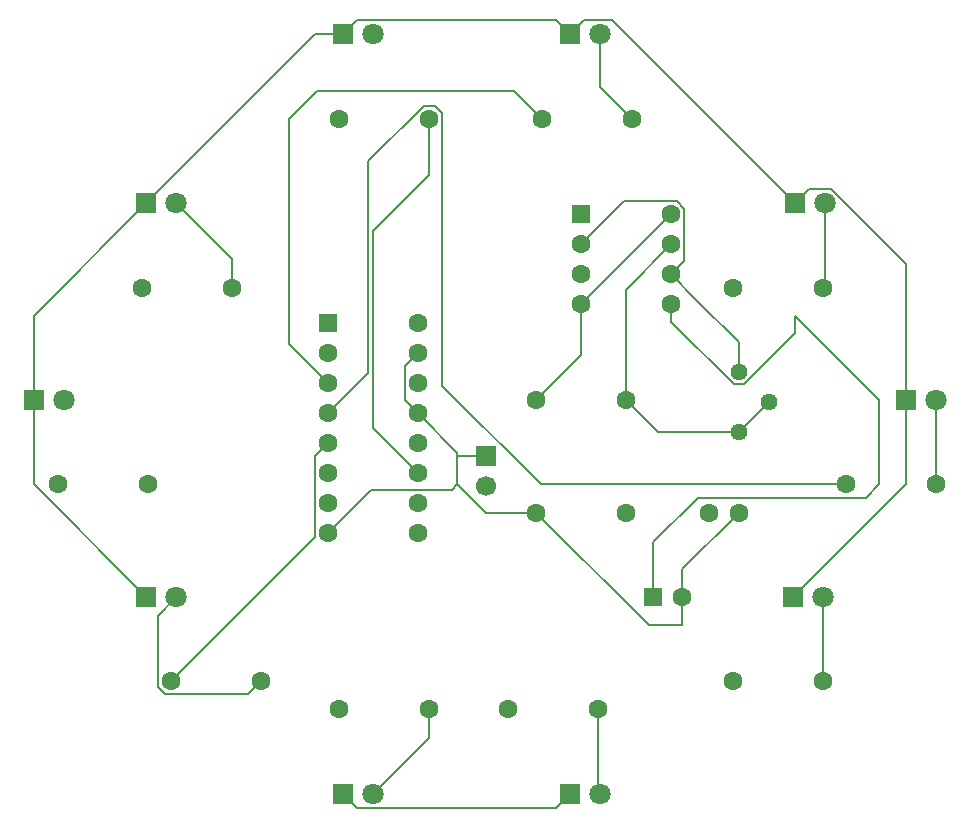
<source format=gbr>
%TF.GenerationSoftware,KiCad,Pcbnew,9.0.6*%
%TF.CreationDate,2025-11-23T21:02:07-05:00*%
%TF.ProjectId,ledcha,6c656463-6861-42e6-9b69-6361645f7063,rev?*%
%TF.SameCoordinates,Original*%
%TF.FileFunction,Copper,L1,Top*%
%TF.FilePolarity,Positive*%
%FSLAX46Y46*%
G04 Gerber Fmt 4.6, Leading zero omitted, Abs format (unit mm)*
G04 Created by KiCad (PCBNEW 9.0.6) date 2025-11-23 21:02:07*
%MOMM*%
%LPD*%
G01*
G04 APERTURE LIST*
G04 Aperture macros list*
%AMRoundRect*
0 Rectangle with rounded corners*
0 $1 Rounding radius*
0 $2 $3 $4 $5 $6 $7 $8 $9 X,Y pos of 4 corners*
0 Add a 4 corners polygon primitive as box body*
4,1,4,$2,$3,$4,$5,$6,$7,$8,$9,$2,$3,0*
0 Add four circle primitives for the rounded corners*
1,1,$1+$1,$2,$3*
1,1,$1+$1,$4,$5*
1,1,$1+$1,$6,$7*
1,1,$1+$1,$8,$9*
0 Add four rect primitives between the rounded corners*
20,1,$1+$1,$2,$3,$4,$5,0*
20,1,$1+$1,$4,$5,$6,$7,0*
20,1,$1+$1,$6,$7,$8,$9,0*
20,1,$1+$1,$8,$9,$2,$3,0*%
G04 Aperture macros list end*
%TA.AperFunction,ComponentPad*%
%ADD10C,1.600000*%
%TD*%
%TA.AperFunction,ComponentPad*%
%ADD11R,1.800000X1.800000*%
%TD*%
%TA.AperFunction,ComponentPad*%
%ADD12C,1.800000*%
%TD*%
%TA.AperFunction,ComponentPad*%
%ADD13RoundRect,0.250000X-0.550000X-0.550000X0.550000X-0.550000X0.550000X0.550000X-0.550000X0.550000X0*%
%TD*%
%TA.AperFunction,ComponentPad*%
%ADD14C,1.440000*%
%TD*%
%TA.AperFunction,ComponentPad*%
%ADD15R,1.700000X1.700000*%
%TD*%
%TA.AperFunction,ComponentPad*%
%ADD16C,1.700000*%
%TD*%
%TA.AperFunction,Conductor*%
%ADD17C,0.200000*%
%TD*%
G04 APERTURE END LIST*
D10*
%TO.P,R6,1*%
%TO.N,Net-(D4-A)*%
X195262500Y-109537500D03*
%TO.P,R6,2*%
%TO.N,Net-(U2-Q3)*%
X187642500Y-109537500D03*
%TD*%
D11*
%TO.P,D5,1,K*%
%TO.N,Net-(D1-K)*%
X173831250Y-119062500D03*
D12*
%TO.P,D5,2,A*%
%TO.N,Net-(D5-A)*%
X176371250Y-119062500D03*
%TD*%
D10*
%TO.P,R5,1*%
%TO.N,Net-(D3-A)*%
X204787500Y-92868750D03*
%TO.P,R5,2*%
%TO.N,Net-(U2-Q2)*%
X197167500Y-92868750D03*
%TD*%
D11*
%TO.P,D6,1,K*%
%TO.N,Net-(D1-K)*%
X154622500Y-119062500D03*
D12*
%TO.P,D6,2,A*%
%TO.N,Net-(D6-A)*%
X157162500Y-119062500D03*
%TD*%
D11*
%TO.P,D3,1,K*%
%TO.N,Net-(D1-K)*%
X202247500Y-85725000D03*
D12*
%TO.P,D3,2,A*%
%TO.N,Net-(D3-A)*%
X204787500Y-85725000D03*
%TD*%
D10*
%TO.P,R12,1*%
%TO.N,Net-(D10-A)*%
X154305000Y-61912500D03*
%TO.P,R12,2*%
%TO.N,Net-(U2-Q9)*%
X161925000Y-61912500D03*
%TD*%
%TO.P,R9,1*%
%TO.N,Net-(D7-A)*%
X147637500Y-109537500D03*
%TO.P,R9,2*%
%TO.N,Net-(U2-Q6)*%
X140017500Y-109537500D03*
%TD*%
D13*
%TO.P,U1,1,GND*%
%TO.N,Net-(J1-Pin_1)*%
X174788750Y-70008750D03*
D10*
%TO.P,U1,2,TR*%
%TO.N,Net-(U1-THR)*%
X174788750Y-72548750D03*
%TO.P,U1,3,Q*%
%TO.N,Net-(U1-Q)*%
X174788750Y-75088750D03*
%TO.P,U1,4,R*%
%TO.N,Net-(J1-Pin_2)*%
X174788750Y-77628750D03*
%TO.P,U1,5,CV*%
%TO.N,Net-(U1-CV)*%
X182408750Y-77628750D03*
%TO.P,U1,6,THR*%
%TO.N,Net-(U1-THR)*%
X182408750Y-75088750D03*
%TO.P,U1,7,DIS*%
%TO.N,Net-(U1-DIS)*%
X182408750Y-72548750D03*
%TO.P,U1,8,VCC*%
%TO.N,Net-(J1-Pin_2)*%
X182408750Y-70008750D03*
%TD*%
D11*
%TO.P,D7,1,K*%
%TO.N,Net-(D1-K)*%
X137953750Y-102393750D03*
D12*
%TO.P,D7,2,A*%
%TO.N,Net-(D7-A)*%
X140493750Y-102393750D03*
%TD*%
D11*
%TO.P,D9,1,K*%
%TO.N,Net-(D1-K)*%
X137953750Y-69056250D03*
D12*
%TO.P,D9,2,A*%
%TO.N,Net-(D9-A)*%
X140493750Y-69056250D03*
%TD*%
D11*
%TO.P,D1,1,K*%
%TO.N,Net-(D1-K)*%
X173831250Y-54768750D03*
D12*
%TO.P,D1,2,A*%
%TO.N,Net-(D1-A)*%
X176371250Y-54768750D03*
%TD*%
D10*
%TO.P,R2,1*%
%TO.N,Net-(J1-Pin_1)*%
X170973750Y-95250000D03*
%TO.P,R2,2*%
%TO.N,Net-(D1-K)*%
X178593750Y-95250000D03*
%TD*%
%TO.P,C2,1*%
%TO.N,Net-(U1-THR)*%
X185618750Y-95250000D03*
%TO.P,C2,2*%
%TO.N,Net-(J1-Pin_1)*%
X188118750Y-95250000D03*
%TD*%
D14*
%TO.P,RV1,1,1*%
%TO.N,Net-(U1-DIS)*%
X188118750Y-88423750D03*
%TO.P,RV1,2,2*%
X190658750Y-85883750D03*
%TO.P,RV1,3,3*%
%TO.N,Net-(U1-THR)*%
X188118750Y-83343750D03*
%TD*%
D10*
%TO.P,R11,1*%
%TO.N,Net-(D9-A)*%
X145256250Y-76200000D03*
%TO.P,R11,2*%
%TO.N,Net-(U2-Q8)*%
X137636250Y-76200000D03*
%TD*%
D13*
%TO.P,U2,1,Q5*%
%TO.N,Net-(U2-Q5)*%
X153357500Y-79216250D03*
D10*
%TO.P,U2,2,Q1*%
%TO.N,Net-(U2-Q1)*%
X153357500Y-81756250D03*
%TO.P,U2,3,Q0*%
%TO.N,Net-(U2-Q0)*%
X153357500Y-84296250D03*
%TO.P,U2,4,Q2*%
%TO.N,Net-(U2-Q2)*%
X153357500Y-86836250D03*
%TO.P,U2,5,Q6*%
%TO.N,Net-(U2-Q6)*%
X153357500Y-89376250D03*
%TO.P,U2,6,Q7*%
%TO.N,Net-(U2-Q7)*%
X153357500Y-91916250D03*
%TO.P,U2,7,Q3*%
%TO.N,Net-(U2-Q3)*%
X153357500Y-94456250D03*
%TO.P,U2,8,VSS*%
%TO.N,Net-(J1-Pin_1)*%
X153357500Y-96996250D03*
%TO.P,U2,9,Q8*%
%TO.N,Net-(U2-Q8)*%
X160977500Y-96996250D03*
%TO.P,U2,10,Q4*%
%TO.N,Net-(U2-Q4)*%
X160977500Y-94456250D03*
%TO.P,U2,11,Q9*%
%TO.N,Net-(U2-Q9)*%
X160977500Y-91916250D03*
%TO.P,U2,12,Cout*%
%TO.N,unconnected-(U2-Cout-Pad12)*%
X160977500Y-89376250D03*
%TO.P,U2,13,CKEN*%
%TO.N,Net-(J1-Pin_1)*%
X160977500Y-86836250D03*
%TO.P,U2,14,CLK*%
%TO.N,Net-(U1-Q)*%
X160977500Y-84296250D03*
%TO.P,U2,15,Reset*%
%TO.N,Net-(J1-Pin_1)*%
X160977500Y-81756250D03*
%TO.P,U2,16,VDD*%
%TO.N,Net-(J1-Pin_2)*%
X160977500Y-79216250D03*
%TD*%
D11*
%TO.P,D8,1,K*%
%TO.N,Net-(D1-K)*%
X128428750Y-85725000D03*
D12*
%TO.P,D8,2,A*%
%TO.N,Net-(D8-A)*%
X130968750Y-85725000D03*
%TD*%
D10*
%TO.P,R3,1*%
%TO.N,Net-(D1-A)*%
X179070000Y-61912500D03*
%TO.P,R3,2*%
%TO.N,Net-(U2-Q0)*%
X171450000Y-61912500D03*
%TD*%
%TO.P,R8,1*%
%TO.N,Net-(D6-A)*%
X161925000Y-111918750D03*
%TO.P,R8,2*%
%TO.N,Net-(U2-Q5)*%
X154305000Y-111918750D03*
%TD*%
%TO.P,R4,1*%
%TO.N,Net-(D2-A)*%
X195262500Y-76200000D03*
%TO.P,R4,2*%
%TO.N,Net-(U2-Q1)*%
X187642500Y-76200000D03*
%TD*%
%TO.P,R1,1*%
%TO.N,Net-(J1-Pin_2)*%
X170973750Y-85725000D03*
%TO.P,R1,2*%
%TO.N,Net-(U1-DIS)*%
X178593750Y-85725000D03*
%TD*%
D11*
%TO.P,D2,1,K*%
%TO.N,Net-(D1-K)*%
X192881250Y-69056250D03*
D12*
%TO.P,D2,2,A*%
%TO.N,Net-(D2-A)*%
X195421250Y-69056250D03*
%TD*%
D10*
%TO.P,R7,1*%
%TO.N,Net-(D5-A)*%
X176212500Y-111918750D03*
%TO.P,R7,2*%
%TO.N,Net-(U2-Q4)*%
X168592500Y-111918750D03*
%TD*%
D11*
%TO.P,D10,1,K*%
%TO.N,Net-(D1-K)*%
X154622500Y-54768750D03*
D12*
%TO.P,D10,2,A*%
%TO.N,Net-(D10-A)*%
X157162500Y-54768750D03*
%TD*%
D15*
%TO.P,J1,1,Pin_1*%
%TO.N,Net-(J1-Pin_1)*%
X166687500Y-90487500D03*
D16*
%TO.P,J1,2,Pin_2*%
%TO.N,Net-(J1-Pin_2)*%
X166687500Y-93027500D03*
%TD*%
D13*
%TO.P,C1,1*%
%TO.N,Net-(U1-CV)*%
X180856250Y-102393750D03*
D10*
%TO.P,C1,2*%
%TO.N,Net-(J1-Pin_1)*%
X183356250Y-102393750D03*
%TD*%
%TO.P,R10,1*%
%TO.N,Net-(D8-A)*%
X138112500Y-92868750D03*
%TO.P,R10,2*%
%TO.N,Net-(U2-Q7)*%
X130492500Y-92868750D03*
%TD*%
D11*
%TO.P,D4,1,K*%
%TO.N,Net-(D1-K)*%
X192722500Y-102393750D03*
D12*
%TO.P,D4,2,A*%
%TO.N,Net-(D4-A)*%
X195262500Y-102393750D03*
%TD*%
D17*
%TO.N,Net-(U1-CV)*%
X182408750Y-79077663D02*
X182408750Y-77628750D01*
X184636500Y-93969750D02*
X198924000Y-93969750D01*
X192881250Y-80025163D02*
X188541663Y-84364750D01*
X200025000Y-85725000D02*
X192881250Y-78581250D01*
X180856250Y-97750000D02*
X184636500Y-93969750D01*
X200025000Y-92868750D02*
X200025000Y-85725000D01*
X180856250Y-102393750D02*
X180856250Y-97750000D01*
X187695837Y-84364750D02*
X182408750Y-79077663D01*
X188541663Y-84364750D02*
X187695837Y-84364750D01*
X192881250Y-78581250D02*
X192881250Y-80025163D01*
X198924000Y-93969750D02*
X200025000Y-92868750D01*
%TO.N,Net-(J1-Pin_1)*%
X170973750Y-95250000D02*
X180498750Y-104775000D01*
X164306250Y-90487500D02*
X166687500Y-90487500D01*
X156998500Y-93355250D02*
X153357500Y-96996250D01*
X163819750Y-93355250D02*
X156998500Y-93355250D01*
X160977500Y-86836250D02*
X159876500Y-85735250D01*
X166687500Y-95250000D02*
X164306250Y-92868750D01*
X183356250Y-104775000D02*
X183356250Y-102393750D01*
X164306250Y-90165000D02*
X160977500Y-86836250D01*
X159876500Y-82857250D02*
X160977500Y-81756250D01*
X164306250Y-92868750D02*
X163819750Y-93355250D01*
X180498750Y-104775000D02*
X183356250Y-104775000D01*
X164306250Y-90487500D02*
X164306250Y-90165000D01*
X170973750Y-95250000D02*
X166687500Y-95250000D01*
X183356250Y-100012500D02*
X188118750Y-95250000D01*
X159876500Y-85735250D02*
X159876500Y-82857250D01*
X164306250Y-92868750D02*
X164306250Y-90487500D01*
X183356250Y-102393750D02*
X183356250Y-100012500D01*
%TO.N,Net-(U1-THR)*%
X183509750Y-69552700D02*
X182864800Y-68907750D01*
X182408750Y-75088750D02*
X184628750Y-77308750D01*
X178429750Y-68907750D02*
X174788750Y-72548750D01*
X184628750Y-77308750D02*
X188118750Y-80798750D01*
X182408750Y-75088750D02*
X183509750Y-73987750D01*
X188118750Y-80798750D02*
X188118750Y-83343750D01*
X183509750Y-73987750D02*
X183509750Y-69552700D01*
X182864800Y-68907750D02*
X178429750Y-68907750D01*
%TO.N,Net-(D1-A)*%
X176371250Y-54768750D02*
X176371250Y-59213750D01*
X176371250Y-59213750D02*
X179070000Y-61912500D01*
%TO.N,Net-(D1-K)*%
X137953750Y-69056250D02*
X152241250Y-54768750D01*
X173831250Y-119062500D02*
X172630250Y-120263500D01*
X155823500Y-120263500D02*
X154622500Y-119062500D01*
X128428750Y-85725000D02*
X128428750Y-92868750D01*
X202247500Y-92868750D02*
X192722500Y-102393750D01*
X195918721Y-67855250D02*
X202247500Y-74184029D01*
X155823500Y-53567750D02*
X154622500Y-54768750D01*
X172630250Y-120263500D02*
X155823500Y-120263500D01*
X173831250Y-54768750D02*
X172630250Y-53567750D01*
X194082250Y-67855250D02*
X195918721Y-67855250D01*
X172630250Y-53567750D02*
X155823500Y-53567750D01*
X137953750Y-69056250D02*
X128428750Y-78581250D01*
X202247500Y-74184029D02*
X202247500Y-85725000D01*
X152241250Y-54768750D02*
X154622500Y-54768750D01*
X128428750Y-92868750D02*
X137953750Y-102393750D01*
X173831250Y-54768750D02*
X175032250Y-53567750D01*
X175032250Y-53567750D02*
X177392750Y-53567750D01*
X128428750Y-78581250D02*
X128428750Y-85725000D01*
X202247500Y-85725000D02*
X202247500Y-92868750D01*
X177392750Y-53567750D02*
X192881250Y-69056250D01*
X192881250Y-69056250D02*
X194082250Y-67855250D01*
%TO.N,Net-(D2-A)*%
X195421250Y-69056250D02*
X195421250Y-76041250D01*
X195421250Y-76041250D02*
X195262500Y-76200000D01*
%TO.N,Net-(D3-A)*%
X204787500Y-85725000D02*
X204787500Y-92868750D01*
%TO.N,Net-(D4-A)*%
X195262500Y-109537500D02*
X195262500Y-102393750D01*
%TO.N,Net-(D5-A)*%
X176212500Y-118903750D02*
X176371250Y-119062500D01*
X176212500Y-111918750D02*
X176212500Y-118903750D01*
%TO.N,Net-(D6-A)*%
X157162500Y-119062500D02*
X161925000Y-114300000D01*
X161925000Y-114300000D02*
X161925000Y-111918750D01*
%TO.N,Net-(D7-A)*%
X138916500Y-109993550D02*
X139561450Y-110638500D01*
X138916500Y-103971000D02*
X138916500Y-109993550D01*
X139561450Y-110638500D02*
X146536500Y-110638500D01*
X146536500Y-110638500D02*
X147637500Y-109537500D01*
X140493750Y-102393750D02*
X138916500Y-103971000D01*
%TO.N,Net-(D9-A)*%
X145256250Y-73818750D02*
X140493750Y-69056250D01*
X145256250Y-76200000D02*
X145256250Y-73818750D01*
%TO.N,Net-(J1-Pin_2)*%
X182408750Y-70008750D02*
X174788750Y-77628750D01*
X174788750Y-77628750D02*
X174788750Y-81910000D01*
X174788750Y-81910000D02*
X170973750Y-85725000D01*
%TO.N,Net-(U1-DIS)*%
X181292500Y-88423750D02*
X178593750Y-85725000D01*
X188118750Y-88423750D02*
X181292500Y-88423750D01*
X190658750Y-85883750D02*
X188118750Y-88423750D01*
X178593750Y-76363750D02*
X178593750Y-85725000D01*
X182408750Y-72548750D02*
X178593750Y-76363750D01*
%TO.N,Net-(U2-Q0)*%
X169068750Y-59531250D02*
X171450000Y-61912500D01*
X153357500Y-84296250D02*
X150018750Y-80957500D01*
X152400000Y-59531250D02*
X169068750Y-59531250D01*
X150018750Y-80957500D02*
X150018750Y-61912500D01*
X150018750Y-61912500D02*
X152400000Y-59531250D01*
%TO.N,Net-(U2-Q2)*%
X163026000Y-84524000D02*
X163026000Y-61456450D01*
X197167500Y-92868750D02*
X171370750Y-92868750D01*
X162381050Y-60811500D02*
X161468950Y-60811500D01*
X171370750Y-92868750D02*
X163026000Y-84524000D01*
X156761500Y-65518950D02*
X156761500Y-83432250D01*
X156761500Y-83432250D02*
X153357500Y-86836250D01*
X163026000Y-61456450D02*
X162381050Y-60811500D01*
X161468950Y-60811500D02*
X156761500Y-65518950D01*
%TO.N,Net-(U2-Q6)*%
X152256500Y-97298500D02*
X152256500Y-90477250D01*
X152256500Y-90477250D02*
X153357500Y-89376250D01*
X140017500Y-109537500D02*
X152256500Y-97298500D01*
%TO.N,Net-(U2-Q9)*%
X161925000Y-66675000D02*
X161925000Y-61912500D01*
X157162500Y-71437500D02*
X161925000Y-66675000D01*
X157162500Y-88101250D02*
X157162500Y-71437500D01*
X160977500Y-91916250D02*
X157162500Y-88101250D01*
%TD*%
M02*

</source>
